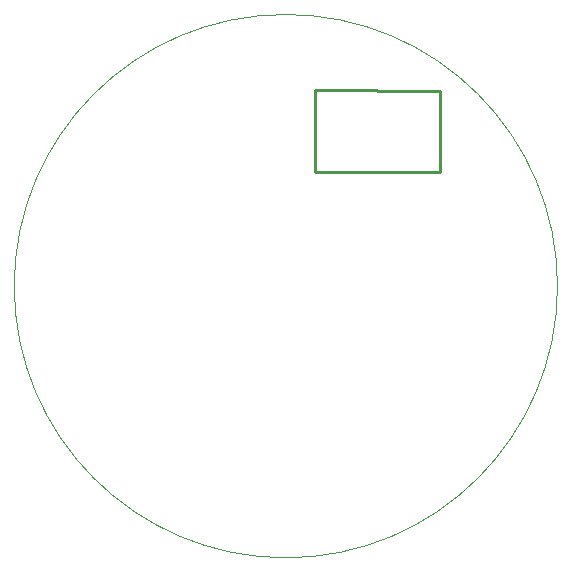
<source format=gm1>
G04*
G04 #@! TF.GenerationSoftware,Altium Limited,Altium Designer,18.1.9 (240)*
G04*
G04 Layer_Color=16711935*
%FSLAX25Y25*%
%MOIN*%
G70*
G01*
G75*
%ADD10C,0.01000*%
%ADD51C,0.00394*%
D10*
X9843Y38189D02*
X51288D01*
Y64960D01*
X9843Y65354D02*
X51288Y64960D01*
X9843Y38189D02*
Y65354D01*
D51*
X90551Y0D02*
G03*
X90551Y0I-90551J0D01*
G01*
M02*

</source>
